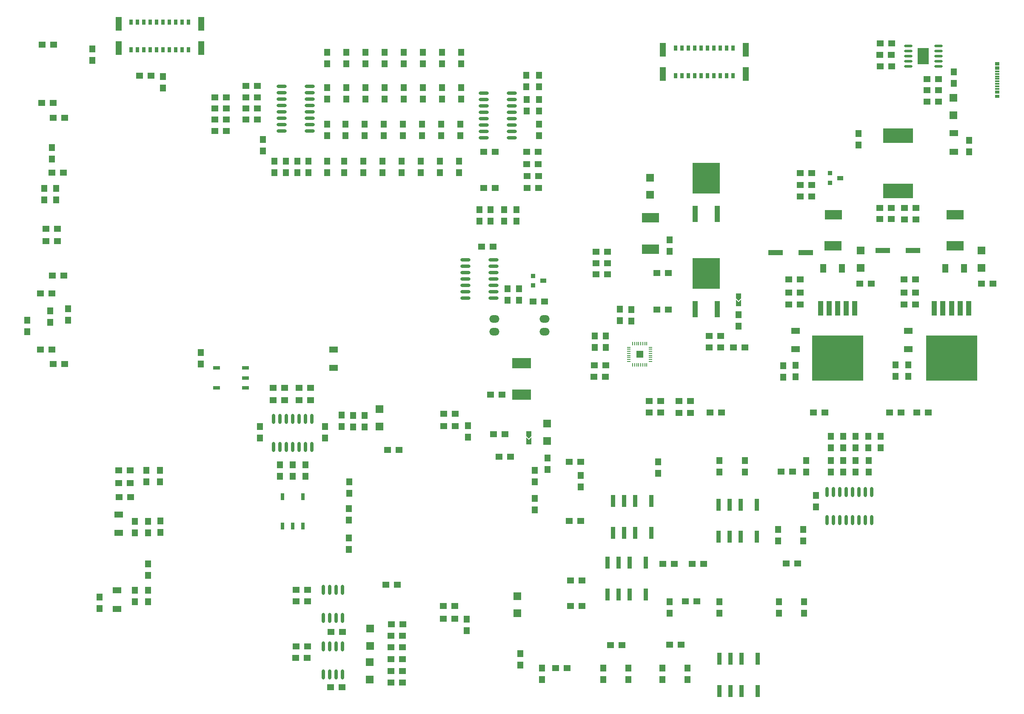
<source format=gtp>
G04*
G04 #@! TF.GenerationSoftware,Altium Limited,Altium Designer,20.1.8 (145)*
G04*
G04 Layer_Color=8421504*
%FSAX24Y24*%
%MOIN*%
G70*
G04*
G04 #@! TF.SameCoordinates,C37C2F13-19AF-4E89-93B9-DE42FBC32811*
G04*
G04*
G04 #@! TF.FilePolarity,Positive*
G04*
G01*
G75*
%ADD32R,0.1500X0.0787*%
%ADD33O,0.0240X0.0800*%
%ADD34R,0.0400X0.0320*%
%ADD35R,0.0450X0.0550*%
%ADD36R,0.0550X0.0450*%
%ADD37R,0.0335X0.0118*%
%ADD38R,0.0600X0.0600*%
%ADD39R,0.0472X0.1083*%
%ADD40R,0.0315X0.0433*%
%ADD41O,0.0650X0.0197*%
%ADD42R,0.0906X0.1260*%
%ADD43R,0.1181X0.0394*%
%ADD44R,0.0420X0.1181*%
%ADD45R,0.4016X0.3543*%
%ADD46R,0.2362X0.1181*%
%ADD47R,0.0700X0.0500*%
%ADD48R,0.0571X0.0571*%
%ADD49R,0.0315X0.0079*%
%ADD50R,0.0079X0.0315*%
%ADD51R,0.1335X0.0772*%
%ADD52R,0.2126X0.2441*%
%ADD53R,0.0394X0.1260*%
%ADD54O,0.0800X0.0240*%
%ADD55R,0.0354X0.0945*%
%ADD56R,0.0360X0.0360*%
%ADD57R,0.0500X0.0360*%
%ADD58O,0.0787X0.0591*%
%ADD59R,0.0500X0.0700*%
%ADD60R,0.0315X0.0551*%
%ADD61R,0.0551X0.0315*%
G36*
X050080Y032720D02*
X049880Y032520D01*
X049680Y032720D01*
Y032820D01*
X050080D01*
Y032720D01*
D02*
G37*
G36*
Y032320D02*
X049680D01*
Y032620D01*
X049880Y032420D01*
X050080Y032620D01*
Y032320D01*
D02*
G37*
G36*
X066520Y043545D02*
X066320Y043345D01*
X066120Y043545D01*
Y043645D01*
X066520D01*
Y043545D01*
D02*
G37*
G36*
Y043145D02*
X066120D01*
Y043445D01*
X066320Y043245D01*
X066520Y043445D01*
Y043145D01*
D02*
G37*
D32*
X049340Y038420D02*
D03*
X049340Y035968D02*
D03*
D33*
X076260Y026118D02*
D03*
X075760Y028318D02*
D03*
X073760D02*
D03*
X075760Y026118D02*
D03*
X075260Y028318D02*
D03*
X074760D02*
D03*
X074260D02*
D03*
X076260D02*
D03*
X076760D02*
D03*
Y026118D02*
D03*
X075260D02*
D03*
X074760D02*
D03*
X074260D02*
D03*
X073260Y028318D02*
D03*
Y026118D02*
D03*
X073760D02*
D03*
X029890Y034060D02*
D03*
X030390Y031860D02*
D03*
X032390D02*
D03*
X030390Y034060D02*
D03*
X030890Y031860D02*
D03*
X031390D02*
D03*
X031890D02*
D03*
X029890D02*
D03*
X030890Y034060D02*
D03*
X031390D02*
D03*
X031890D02*
D03*
X032890Y031860D02*
D03*
Y034060D02*
D03*
X032390D02*
D03*
X033790Y018460D02*
D03*
X035290D02*
D03*
X034790Y018460D02*
D03*
X034290D02*
D03*
X033790Y020660D02*
D03*
X034290D02*
D03*
X034790D02*
D03*
X035290D02*
D03*
X033790Y014030D02*
D03*
X035290D02*
D03*
X034790Y014030D02*
D03*
X034290D02*
D03*
X033790Y016230D02*
D03*
X034290D02*
D03*
X034790D02*
D03*
X035290D02*
D03*
D34*
X049880Y032920D02*
D03*
Y032245D02*
D03*
X066320Y043070D02*
D03*
Y043745D02*
D03*
D35*
X021233Y060899D02*
D03*
X021233Y059999D02*
D03*
X084380Y055014D02*
D03*
X084380Y055914D02*
D03*
X051360Y031010D02*
D03*
X051360Y030110D02*
D03*
X083184Y061262D02*
D03*
X083184Y060362D02*
D03*
X057910Y041750D02*
D03*
X057910Y042650D02*
D03*
X055920Y039670D02*
D03*
X055920Y040570D02*
D03*
X057030Y042665D02*
D03*
X057030Y041765D02*
D03*
X066320Y042240D02*
D03*
X066320Y041340D02*
D03*
X060940Y048093D02*
D03*
X060940Y047193D02*
D03*
X034100Y061893D02*
D03*
X034100Y062793D02*
D03*
X035589Y061910D02*
D03*
X035589Y062810D02*
D03*
X037089D02*
D03*
X037089Y061910D02*
D03*
X040089D02*
D03*
X040089Y062810D02*
D03*
X041589Y061910D02*
D03*
X041589Y062810D02*
D03*
X043089Y061910D02*
D03*
X043089Y062810D02*
D03*
X044589D02*
D03*
X044589Y061910D02*
D03*
X038586Y062793D02*
D03*
X038586Y061893D02*
D03*
X072390Y028060D02*
D03*
X072390Y027160D02*
D03*
X077450Y032710D02*
D03*
X077450Y031810D02*
D03*
X076510Y029888D02*
D03*
X076510Y030788D02*
D03*
X076494Y031810D02*
D03*
X076494Y032710D02*
D03*
X050350Y030040D02*
D03*
X050350Y029140D02*
D03*
X053960Y028726D02*
D03*
X053960Y029626D02*
D03*
X046907Y050455D02*
D03*
X046907Y049555D02*
D03*
X016250Y020090D02*
D03*
X016250Y019190D02*
D03*
X019020Y025130D02*
D03*
X019020Y026030D02*
D03*
X050679Y056257D02*
D03*
X050679Y057157D02*
D03*
X046021Y050462D02*
D03*
X046021Y049562D02*
D03*
X047950Y049559D02*
D03*
X047950Y050459D02*
D03*
X034099Y054280D02*
D03*
X034099Y053380D02*
D03*
X034100Y059143D02*
D03*
X034100Y060043D02*
D03*
X034096Y057180D02*
D03*
X034096Y056280D02*
D03*
X036939Y053380D02*
D03*
X036939Y054280D02*
D03*
X037096Y059123D02*
D03*
X037096Y060023D02*
D03*
X037016Y056263D02*
D03*
X037016Y057163D02*
D03*
X038439Y053380D02*
D03*
X038439Y054280D02*
D03*
X038596Y059123D02*
D03*
X038596Y060023D02*
D03*
X038519Y057180D02*
D03*
X038519Y056280D02*
D03*
X042939Y053380D02*
D03*
X042939Y054280D02*
D03*
X043096Y059123D02*
D03*
X043096Y060023D02*
D03*
X043016Y056263D02*
D03*
X043016Y057163D02*
D03*
X044436Y054263D02*
D03*
X044436Y053363D02*
D03*
X044599Y060040D02*
D03*
X044599Y059140D02*
D03*
X044516Y056263D02*
D03*
X044516Y057163D02*
D03*
X029050Y055060D02*
D03*
X029050Y055960D02*
D03*
X035436Y053363D02*
D03*
X035436Y054263D02*
D03*
X035599Y059140D02*
D03*
X035599Y060040D02*
D03*
X035516Y057163D02*
D03*
X035516Y056263D02*
D03*
X039936Y053363D02*
D03*
X039936Y054263D02*
D03*
X040099Y059140D02*
D03*
X040099Y060040D02*
D03*
X040016Y057163D02*
D03*
X040016Y056263D02*
D03*
X041436Y053363D02*
D03*
X041436Y054263D02*
D03*
X041599Y059140D02*
D03*
X041599Y060040D02*
D03*
X041516Y057163D02*
D03*
X041516Y056263D02*
D03*
X029966Y054283D02*
D03*
X029966Y053383D02*
D03*
X032630Y054280D02*
D03*
X032630Y053380D02*
D03*
X031751Y054283D02*
D03*
X031751Y053383D02*
D03*
X050678Y058190D02*
D03*
X050678Y059090D02*
D03*
X050678Y060990D02*
D03*
X050678Y060090D02*
D03*
X030867Y054283D02*
D03*
X030867Y053383D02*
D03*
X049720Y058190D02*
D03*
X049720Y059090D02*
D03*
X049700Y060090D02*
D03*
X049700Y060990D02*
D03*
X048918Y050459D02*
D03*
X048918Y049559D02*
D03*
X055042Y040570D02*
D03*
X055042Y039670D02*
D03*
X010594Y041814D02*
D03*
X010594Y040914D02*
D03*
X012390Y042540D02*
D03*
X012390Y041640D02*
D03*
X013785Y042690D02*
D03*
X013785Y041790D02*
D03*
X048240Y043358D02*
D03*
X048240Y044258D02*
D03*
X020997Y030030D02*
D03*
X020997Y029130D02*
D03*
X049130Y043358D02*
D03*
X049130Y044258D02*
D03*
X015680Y063080D02*
D03*
X015680Y062180D02*
D03*
X012530Y054420D02*
D03*
X012530Y055320D02*
D03*
X011930Y051230D02*
D03*
X011930Y052130D02*
D03*
X012850D02*
D03*
X012850Y051230D02*
D03*
X049220Y015680D02*
D03*
X049220Y014780D02*
D03*
X060366Y014542D02*
D03*
X060366Y013642D02*
D03*
X057694D02*
D03*
X057694Y014542D02*
D03*
X035820Y028233D02*
D03*
X035820Y029133D02*
D03*
X032390Y030460D02*
D03*
X032390Y029560D02*
D03*
X030388Y030469D02*
D03*
X030388Y029569D02*
D03*
X028818Y033469D02*
D03*
X028818Y032569D02*
D03*
X031380Y030460D02*
D03*
X031380Y029560D02*
D03*
X045030Y017460D02*
D03*
X045030Y018360D02*
D03*
X035800Y023830D02*
D03*
X035800Y024730D02*
D03*
X035800Y026150D02*
D03*
X035800Y027050D02*
D03*
X036138Y033449D02*
D03*
X036138Y034349D02*
D03*
X045130Y032630D02*
D03*
X045130Y033530D02*
D03*
X037030Y034330D02*
D03*
X037030Y033430D02*
D03*
X035210Y034369D02*
D03*
X035210Y033469D02*
D03*
X033930D02*
D03*
X033930Y032569D02*
D03*
X020050Y021790D02*
D03*
X020050Y022690D02*
D03*
X019020Y019730D02*
D03*
X019020Y020630D02*
D03*
X020048Y026037D02*
D03*
X020048Y025137D02*
D03*
X019940Y029130D02*
D03*
X019940Y030030D02*
D03*
X020050Y019750D02*
D03*
X020050Y020650D02*
D03*
X021020Y025160D02*
D03*
X021020Y026060D02*
D03*
X079640Y037416D02*
D03*
X079640Y038316D02*
D03*
X078609Y038312D02*
D03*
X078609Y037412D02*
D03*
X069838Y038250D02*
D03*
X069838Y037350D02*
D03*
X070798Y037353D02*
D03*
X070798Y038253D02*
D03*
X075719Y056419D02*
D03*
X075719Y055519D02*
D03*
X024180Y039260D02*
D03*
X024180Y038360D02*
D03*
X050350Y027850D02*
D03*
X050350Y026950D02*
D03*
X075490Y031810D02*
D03*
X075490Y032710D02*
D03*
X074520D02*
D03*
X074520Y031810D02*
D03*
X073549D02*
D03*
X073549Y032710D02*
D03*
X073547Y029905D02*
D03*
X073547Y030805D02*
D03*
X074518Y030788D02*
D03*
X074518Y029888D02*
D03*
X075488Y029897D02*
D03*
X075488Y030797D02*
D03*
X050932Y014542D02*
D03*
X050932Y013642D02*
D03*
X071622Y030809D02*
D03*
X071622Y029909D02*
D03*
X055726Y014533D02*
D03*
X055726Y013633D02*
D03*
X066820Y029900D02*
D03*
X066820Y030800D02*
D03*
X064834Y029897D02*
D03*
X064834Y030797D02*
D03*
X062332Y013642D02*
D03*
X062332Y014542D02*
D03*
X060017Y029794D02*
D03*
X060017Y030694D02*
D03*
X071386Y024510D02*
D03*
X071386Y025410D02*
D03*
X060920Y019750D02*
D03*
X060920Y018850D02*
D03*
X069426Y024510D02*
D03*
X069426Y025410D02*
D03*
X064836Y019750D02*
D03*
X064836Y018850D02*
D03*
X069500Y019750D02*
D03*
X069500Y018850D02*
D03*
X071454Y019750D02*
D03*
X071454Y018850D02*
D03*
D36*
X020278Y060952D02*
D03*
X019378Y060952D02*
D03*
X070051Y022736D02*
D03*
X070951Y022736D02*
D03*
X013440Y053357D02*
D03*
X012540Y053357D02*
D03*
X012650Y063390D02*
D03*
X011750Y063390D02*
D03*
X072053Y051502D02*
D03*
X071153Y051502D02*
D03*
X079340Y050610D02*
D03*
X080240Y050610D02*
D03*
X064032Y039660D02*
D03*
X064932Y039660D02*
D03*
X064032Y040576D02*
D03*
X064932Y040576D02*
D03*
X065914Y039660D02*
D03*
X066814Y039660D02*
D03*
X081978Y059819D02*
D03*
X081078Y059819D02*
D03*
X081978Y060700D02*
D03*
X081078Y060700D02*
D03*
X081978Y058930D02*
D03*
X081078Y058930D02*
D03*
X078312Y061709D02*
D03*
X077412Y061709D02*
D03*
X078322Y063486D02*
D03*
X077422Y063486D02*
D03*
X047110Y032880D02*
D03*
X048010Y032880D02*
D03*
X059927Y045499D02*
D03*
X060827Y045499D02*
D03*
X055020Y038260D02*
D03*
X055920Y038260D02*
D03*
X055000Y037370D02*
D03*
X055900Y037370D02*
D03*
X047790Y035980D02*
D03*
X046890Y035980D02*
D03*
X059332Y034553D02*
D03*
X060232Y034553D02*
D03*
X059332Y035461D02*
D03*
X060232Y035461D02*
D03*
X061667Y034551D02*
D03*
X062567Y034551D02*
D03*
X065000Y034555D02*
D03*
X064100Y034555D02*
D03*
X062564Y035466D02*
D03*
X061664Y035466D02*
D03*
X073080Y034560D02*
D03*
X072180Y034560D02*
D03*
X078161Y034553D02*
D03*
X079061Y034553D02*
D03*
X081208Y034560D02*
D03*
X080308Y034560D02*
D03*
X055161Y047182D02*
D03*
X056061Y047182D02*
D03*
X055161Y046277D02*
D03*
X056061Y046277D02*
D03*
X055161Y045389D02*
D03*
X056061Y045389D02*
D03*
X060823Y042650D02*
D03*
X059923Y042650D02*
D03*
X077408Y062604D02*
D03*
X078308Y062604D02*
D03*
X051980Y014542D02*
D03*
X052880Y014542D02*
D03*
X053960Y030694D02*
D03*
X053060Y030694D02*
D03*
X053150Y021390D02*
D03*
X054050Y021390D02*
D03*
X053960Y026084D02*
D03*
X053060Y026084D02*
D03*
X053150Y019416D02*
D03*
X054050Y019416D02*
D03*
X025296Y057519D02*
D03*
X026196Y057519D02*
D03*
X050626Y055016D02*
D03*
X049726Y055016D02*
D03*
X026199Y059282D02*
D03*
X025299Y059282D02*
D03*
Y056648D02*
D03*
X026199Y056648D02*
D03*
X046362Y055016D02*
D03*
X047262Y055016D02*
D03*
X028623Y058399D02*
D03*
X027723Y058399D02*
D03*
X028623Y057519D02*
D03*
X027723Y057519D02*
D03*
X049726Y054042D02*
D03*
X050626Y054042D02*
D03*
X049750Y053086D02*
D03*
X050650Y053086D02*
D03*
X027720Y060160D02*
D03*
X028620Y060160D02*
D03*
Y059283D02*
D03*
X027720Y059283D02*
D03*
X050660Y052156D02*
D03*
X049760Y052156D02*
D03*
X046362Y052157D02*
D03*
X047262Y052157D02*
D03*
X025296Y058400D02*
D03*
X026196Y058400D02*
D03*
X039100Y017083D02*
D03*
X040000Y017083D02*
D03*
X040001Y013401D02*
D03*
X039101Y013401D02*
D03*
X012539Y039506D02*
D03*
X011639Y039506D02*
D03*
X011630Y043909D02*
D03*
X012530Y043909D02*
D03*
X013460Y045287D02*
D03*
X012560Y045287D02*
D03*
X050220Y043252D02*
D03*
X051120Y043252D02*
D03*
X012629Y038371D02*
D03*
X013529Y038371D02*
D03*
X047080Y047560D02*
D03*
X046180Y047560D02*
D03*
X012610Y057680D02*
D03*
X013510Y057680D02*
D03*
X012610Y058840D02*
D03*
X011710Y058840D02*
D03*
X012970Y047990D02*
D03*
X012070Y047990D02*
D03*
X012050Y048970D02*
D03*
X012950Y048970D02*
D03*
X056300Y016320D02*
D03*
X057200Y016320D02*
D03*
X061840Y016360D02*
D03*
X060940Y016360D02*
D03*
X039110Y017963D02*
D03*
X040010Y017963D02*
D03*
X043206Y019404D02*
D03*
X044106Y019404D02*
D03*
X031890Y035550D02*
D03*
X032790Y035550D02*
D03*
X039590Y021080D02*
D03*
X038690Y021080D02*
D03*
X039980Y016183D02*
D03*
X039080Y016183D02*
D03*
X043206Y018408D02*
D03*
X044106Y018408D02*
D03*
X034390Y017360D02*
D03*
X035290Y017360D02*
D03*
X030770Y035550D02*
D03*
X029870Y035550D02*
D03*
X030750Y036500D02*
D03*
X029850Y036500D02*
D03*
X044110Y034470D02*
D03*
X043210Y034470D02*
D03*
X035270Y013030D02*
D03*
X034370Y013030D02*
D03*
X040000Y014293D02*
D03*
X039100Y014293D02*
D03*
X032790Y036500D02*
D03*
X031890Y036500D02*
D03*
X032560Y020660D02*
D03*
X031660Y020660D02*
D03*
X032540Y015320D02*
D03*
X031640Y015320D02*
D03*
X031651Y016230D02*
D03*
X032551Y016230D02*
D03*
X031651Y019758D02*
D03*
X032551Y019758D02*
D03*
X017770Y030030D02*
D03*
X018670Y030030D02*
D03*
X017780Y027920D02*
D03*
X018680Y027920D02*
D03*
X017770Y029030D02*
D03*
X018670Y029030D02*
D03*
X080240Y049714D02*
D03*
X079340Y049714D02*
D03*
X086260Y044670D02*
D03*
X085360Y044670D02*
D03*
X079280Y043035D02*
D03*
X080180Y043035D02*
D03*
X080180Y043980D02*
D03*
X079280Y043980D02*
D03*
Y044990D02*
D03*
X080180Y044990D02*
D03*
X077405Y050611D02*
D03*
X078305Y050611D02*
D03*
X072053Y052405D02*
D03*
X071153Y052405D02*
D03*
X072050Y053320D02*
D03*
X071150Y053320D02*
D03*
X076724Y044670D02*
D03*
X075824Y044670D02*
D03*
X077405Y049718D02*
D03*
X078305Y049718D02*
D03*
X070267Y043035D02*
D03*
X071167Y043035D02*
D03*
X070264Y043980D02*
D03*
X071164Y043980D02*
D03*
X071167Y044990D02*
D03*
X070267Y044990D02*
D03*
X038810Y031650D02*
D03*
X039710Y031650D02*
D03*
X044110Y033510D02*
D03*
X043210Y033510D02*
D03*
X047570Y031100D02*
D03*
X048470Y031100D02*
D03*
X039980Y015223D02*
D03*
X039080Y015223D02*
D03*
X062147Y019752D02*
D03*
X063047Y019752D02*
D03*
X069660Y029920D02*
D03*
X070560Y029920D02*
D03*
X062687Y022690D02*
D03*
X063587Y022690D02*
D03*
X060394D02*
D03*
X061294Y022690D02*
D03*
D37*
X086605Y061508D02*
D03*
Y061311D02*
D03*
Y060917D02*
D03*
Y060327D02*
D03*
Y059933D02*
D03*
Y059736D02*
D03*
X086604Y059411D02*
D03*
X086605Y059292D02*
D03*
X086605Y059619D02*
D03*
X086605Y060130D02*
D03*
Y060524D02*
D03*
Y060720D02*
D03*
Y061114D02*
D03*
X086605Y061954D02*
D03*
X086604Y061626D02*
D03*
X086605Y061834D02*
D03*
D38*
X038181Y034819D02*
D03*
Y033469D02*
D03*
X083160Y059220D02*
D03*
Y057870D02*
D03*
X051325Y032350D02*
D03*
Y033700D02*
D03*
X059408Y052976D02*
D03*
Y051626D02*
D03*
X037460Y016283D02*
D03*
Y017633D02*
D03*
X037440Y015000D02*
D03*
Y013650D02*
D03*
X085359Y047262D02*
D03*
Y045912D02*
D03*
X075879Y047262D02*
D03*
Y045912D02*
D03*
X048980Y020170D02*
D03*
Y018820D02*
D03*
D39*
X024219Y063132D02*
D03*
X017743D02*
D03*
X024219Y065041D02*
D03*
X017743D02*
D03*
X066880Y061108D02*
D03*
X060404D02*
D03*
X066880Y063017D02*
D03*
X060404D02*
D03*
D40*
X023231Y063004D02*
D03*
X022731D02*
D03*
X022231D02*
D03*
X021731D02*
D03*
X021231D02*
D03*
X020731D02*
D03*
X020231D02*
D03*
X019731D02*
D03*
X019231D02*
D03*
X018731D02*
D03*
X023231Y065169D02*
D03*
X022731D02*
D03*
X022231D02*
D03*
X021731D02*
D03*
X021231D02*
D03*
X020731D02*
D03*
X020231D02*
D03*
X019731D02*
D03*
X019231D02*
D03*
X018731D02*
D03*
X065892Y060980D02*
D03*
X065392D02*
D03*
X064892D02*
D03*
X064392D02*
D03*
X063892D02*
D03*
X063392D02*
D03*
X062892D02*
D03*
X062392D02*
D03*
X061892D02*
D03*
X061392D02*
D03*
X065892Y063145D02*
D03*
X065392D02*
D03*
X064892D02*
D03*
X064392D02*
D03*
X063892D02*
D03*
X063392D02*
D03*
X062892D02*
D03*
X062392D02*
D03*
X061892D02*
D03*
X061392D02*
D03*
D41*
X081981Y061713D02*
D03*
Y062106D02*
D03*
Y062500D02*
D03*
Y062894D02*
D03*
Y063287D02*
D03*
X079619Y061713D02*
D03*
Y062106D02*
D03*
Y062500D02*
D03*
Y062894D02*
D03*
Y063287D02*
D03*
D42*
X080800Y062500D02*
D03*
D43*
X079991Y047262D02*
D03*
X077629D02*
D03*
X069227Y047110D02*
D03*
X071589D02*
D03*
D44*
X083016Y042731D02*
D03*
X083681D02*
D03*
X081671D02*
D03*
X084351D02*
D03*
X082341D02*
D03*
X073416Y042731D02*
D03*
X075426D02*
D03*
X072746D02*
D03*
X074756D02*
D03*
X074091D02*
D03*
D45*
X083016Y038843D02*
D03*
X074091Y038843D02*
D03*
D46*
X078812Y056275D02*
D03*
X078810Y051945D02*
D03*
D47*
X083180Y055010D02*
D03*
Y056460D02*
D03*
X034589Y038058D02*
D03*
Y039508D02*
D03*
X017630Y020620D02*
D03*
Y019170D02*
D03*
X017770Y026580D02*
D03*
Y025130D02*
D03*
X079640Y039530D02*
D03*
Y040980D02*
D03*
X070798Y039530D02*
D03*
Y040980D02*
D03*
D48*
X058585Y039127D02*
D03*
D49*
X057735Y038576D02*
D03*
Y038733D02*
D03*
Y038891D02*
D03*
Y039048D02*
D03*
Y039206D02*
D03*
Y039363D02*
D03*
Y039521D02*
D03*
Y039678D02*
D03*
X059435D02*
D03*
Y039521D02*
D03*
Y039363D02*
D03*
Y039206D02*
D03*
Y039048D02*
D03*
Y038891D02*
D03*
Y038733D02*
D03*
Y038576D02*
D03*
D50*
X058034Y039977D02*
D03*
X058191D02*
D03*
X058348D02*
D03*
X058506D02*
D03*
X058663D02*
D03*
X058821D02*
D03*
X058978D02*
D03*
X059136D02*
D03*
Y038301D02*
D03*
X058978D02*
D03*
X058821D02*
D03*
X058663D02*
D03*
X058506D02*
D03*
X058348Y038302D02*
D03*
X058191Y038301D02*
D03*
X058034Y038302D02*
D03*
D51*
X059412Y049836D02*
D03*
X059410Y047380D02*
D03*
X083287Y050074D02*
D03*
X083285Y047618D02*
D03*
X073740Y047618D02*
D03*
X073742Y050074D02*
D03*
D52*
X063776Y052935D02*
D03*
Y045460D02*
D03*
D53*
X064642Y050140D02*
D03*
X062910D02*
D03*
Y042665D02*
D03*
X064642D02*
D03*
D54*
X032730Y059650D02*
D03*
X030530Y059150D02*
D03*
Y057150D02*
D03*
X032730Y059150D02*
D03*
X030530Y058650D02*
D03*
Y058150D02*
D03*
Y057650D02*
D03*
Y059650D02*
D03*
Y060150D02*
D03*
X032730D02*
D03*
Y058650D02*
D03*
Y058150D02*
D03*
Y057650D02*
D03*
X030530Y056650D02*
D03*
X032730D02*
D03*
Y057150D02*
D03*
X048568Y056601D02*
D03*
Y056101D02*
D03*
X046368D02*
D03*
X048568Y057101D02*
D03*
Y057601D02*
D03*
Y058101D02*
D03*
Y059601D02*
D03*
X046368D02*
D03*
Y059101D02*
D03*
Y057101D02*
D03*
Y057601D02*
D03*
Y058101D02*
D03*
X048568Y058601D02*
D03*
X046368Y056601D02*
D03*
Y058601D02*
D03*
X048568Y059101D02*
D03*
X044940Y046030D02*
D03*
Y046530D02*
D03*
X047140D02*
D03*
X044940Y045530D02*
D03*
Y045030D02*
D03*
Y044530D02*
D03*
X047140Y043530D02*
D03*
Y045530D02*
D03*
Y045030D02*
D03*
Y044530D02*
D03*
X044940Y044030D02*
D03*
X047140Y046030D02*
D03*
Y044030D02*
D03*
X044940Y043530D02*
D03*
D55*
X067756Y027350D02*
D03*
X066496D02*
D03*
X065630D02*
D03*
X064764D02*
D03*
Y024830D02*
D03*
X065630D02*
D03*
X066496D02*
D03*
X067756D02*
D03*
X059066Y020290D02*
D03*
X057806D02*
D03*
X056940D02*
D03*
X056074D02*
D03*
Y022810D02*
D03*
X056940D02*
D03*
X057806D02*
D03*
X059066D02*
D03*
X059476Y025120D02*
D03*
X058216D02*
D03*
X057350D02*
D03*
X056484D02*
D03*
Y027640D02*
D03*
X057350D02*
D03*
X058216D02*
D03*
X059476D02*
D03*
X067822Y012740D02*
D03*
X066562D02*
D03*
X065696D02*
D03*
X064830D02*
D03*
Y015260D02*
D03*
X065696D02*
D03*
X066562D02*
D03*
X067822D02*
D03*
D56*
X050220Y045280D02*
D03*
Y044530D02*
D03*
X073503Y052576D02*
D03*
Y053326D02*
D03*
D57*
X051020Y044900D02*
D03*
X074303Y052946D02*
D03*
D58*
X051129Y040900D02*
D03*
Y041900D02*
D03*
X047192Y040900D02*
D03*
Y041900D02*
D03*
D59*
X082530Y045880D02*
D03*
X083980D02*
D03*
X074424D02*
D03*
X072974D02*
D03*
D60*
X032177Y027962D02*
D03*
X031390Y025678D02*
D03*
X030603Y027962D02*
D03*
X032177Y025678D02*
D03*
X030603D02*
D03*
D61*
X027702Y036493D02*
D03*
Y038067D02*
D03*
X025418Y036493D02*
D03*
X027702Y037280D02*
D03*
X025418Y038067D02*
D03*
M02*

</source>
